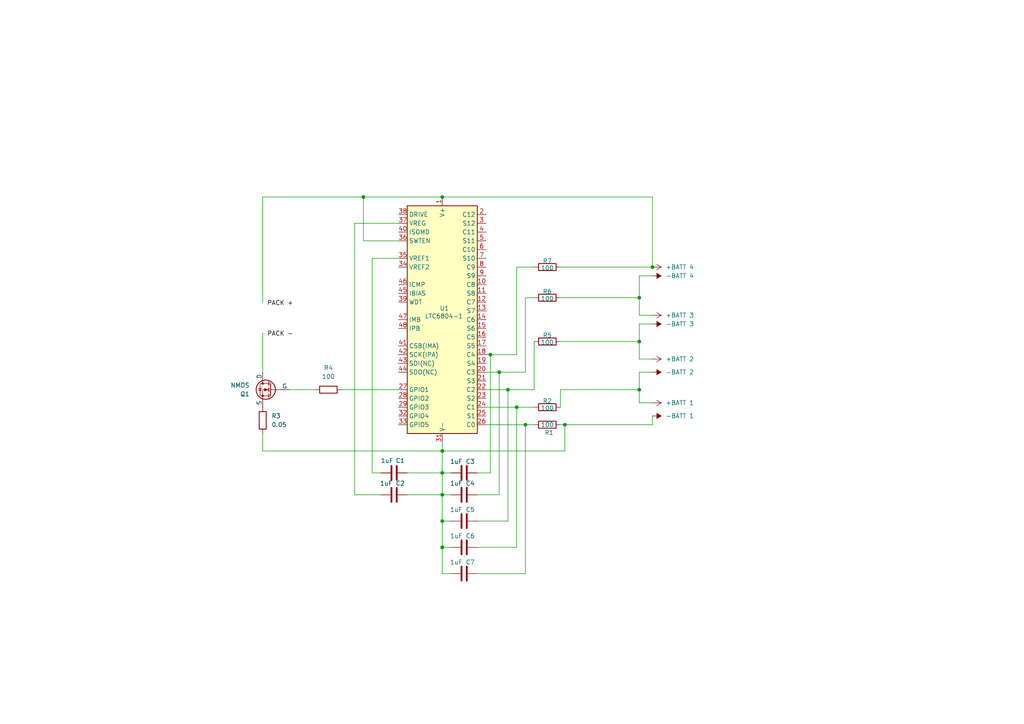
<source format=kicad_sch>
(kicad_sch
	(version 20250114)
	(generator "eeschema")
	(generator_version "9.0")
	(uuid "7800ff49-fe0f-42fb-8b1a-c4523b2dd217")
	(paper "A4")
	(lib_symbols
		(symbol "Battery_Management:LTC6804-1"
			(exclude_from_sim no)
			(in_bom yes)
			(on_board yes)
			(property "Reference" "U"
				(at -10.16 34.29 0)
				(effects
					(font
						(size 1.27 1.27)
					)
					(justify left)
				)
			)
			(property "Value" "LTC6804-1"
				(at -16.51 -34.29 0)
				(effects
					(font
						(size 1.27 1.27)
					)
					(justify left)
				)
			)
			(property "Footprint" "Package_SO:SSOP-48_5.3x12.8mm_P0.5mm"
				(at -1.27 2.54 0)
				(effects
					(font
						(size 1.27 1.27)
					)
					(hide yes)
				)
			)
			(property "Datasheet" "https://www.analog.com/media/en/technical-documentation/data-sheets/680412fc.pdf"
				(at 13.97 34.29 0)
				(effects
					(font
						(size 1.27 1.27)
					)
					(hide yes)
				)
			)
			(property "Description" "Multicell Battery Stack Monitor, 12-cell max, multi-chemistry, integrated balancing, stackable, serial interface, SSOP-48"
				(at 0 0 0)
				(effects
					(font
						(size 1.27 1.27)
					)
					(hide yes)
				)
			)
			(property "ki_keywords" "battery balance afe"
				(at 0 0 0)
				(effects
					(font
						(size 1.27 1.27)
					)
					(hide yes)
				)
			)
			(property "ki_fp_filters" "SSOP*5.3x12.8mm*P0.5mm*"
				(at 0 0 0)
				(effects
					(font
						(size 1.27 1.27)
					)
					(hide yes)
				)
			)
			(symbol "LTC6804-1_0_1"
				(rectangle
					(start 10.16 -33.02)
					(end -10.16 33.02)
					(stroke
						(width 0.254)
						(type default)
					)
					(fill
						(type background)
					)
				)
			)
			(symbol "LTC6804-1_1_1"
				(pin output line
					(at -12.7 30.48 0)
					(length 2.54)
					(name "DRIVE"
						(effects
							(font
								(size 1.27 1.27)
							)
						)
					)
					(number "38"
						(effects
							(font
								(size 1.27 1.27)
							)
						)
					)
				)
				(pin input line
					(at -12.7 27.94 0)
					(length 2.54)
					(name "VREG"
						(effects
							(font
								(size 1.27 1.27)
							)
						)
					)
					(number "37"
						(effects
							(font
								(size 1.27 1.27)
							)
						)
					)
				)
				(pin input line
					(at -12.7 25.4 0)
					(length 2.54)
					(name "ISOMD"
						(effects
							(font
								(size 1.27 1.27)
							)
						)
					)
					(number "40"
						(effects
							(font
								(size 1.27 1.27)
							)
						)
					)
				)
				(pin input line
					(at -12.7 22.86 0)
					(length 2.54)
					(name "SWTEN"
						(effects
							(font
								(size 1.27 1.27)
							)
						)
					)
					(number "36"
						(effects
							(font
								(size 1.27 1.27)
							)
						)
					)
				)
				(pin output line
					(at -12.7 17.78 0)
					(length 2.54)
					(name "VREF1"
						(effects
							(font
								(size 1.27 1.27)
							)
						)
					)
					(number "35"
						(effects
							(font
								(size 1.27 1.27)
							)
						)
					)
				)
				(pin output line
					(at -12.7 15.24 0)
					(length 2.54)
					(name "VREF2"
						(effects
							(font
								(size 1.27 1.27)
							)
						)
					)
					(number "34"
						(effects
							(font
								(size 1.27 1.27)
							)
						)
					)
				)
				(pin passive line
					(at -12.7 10.16 0)
					(length 2.54)
					(name "ICMP"
						(effects
							(font
								(size 1.27 1.27)
							)
						)
					)
					(number "46"
						(effects
							(font
								(size 1.27 1.27)
							)
						)
					)
				)
				(pin passive line
					(at -12.7 7.62 0)
					(length 2.54)
					(name "IBIAS"
						(effects
							(font
								(size 1.27 1.27)
							)
						)
					)
					(number "45"
						(effects
							(font
								(size 1.27 1.27)
							)
						)
					)
				)
				(pin output line
					(at -12.7 5.08 0)
					(length 2.54)
					(name "WDT"
						(effects
							(font
								(size 1.27 1.27)
							)
						)
					)
					(number "39"
						(effects
							(font
								(size 1.27 1.27)
							)
						)
					)
				)
				(pin bidirectional line
					(at -12.7 0 0)
					(length 2.54)
					(name "IMB"
						(effects
							(font
								(size 1.27 1.27)
							)
						)
					)
					(number "47"
						(effects
							(font
								(size 1.27 1.27)
							)
						)
					)
				)
				(pin bidirectional line
					(at -12.7 -2.54 0)
					(length 2.54)
					(name "IPB"
						(effects
							(font
								(size 1.27 1.27)
							)
						)
					)
					(number "48"
						(effects
							(font
								(size 1.27 1.27)
							)
						)
					)
				)
				(pin bidirectional line
					(at -12.7 -7.62 0)
					(length 2.54)
					(name "CSB(IMA)"
						(effects
							(font
								(size 1.27 1.27)
							)
						)
					)
					(number "41"
						(effects
							(font
								(size 1.27 1.27)
							)
						)
					)
				)
				(pin bidirectional line
					(at -12.7 -10.16 0)
					(length 2.54)
					(name "SCK(IPA)"
						(effects
							(font
								(size 1.27 1.27)
							)
						)
					)
					(number "42"
						(effects
							(font
								(size 1.27 1.27)
							)
						)
					)
				)
				(pin input line
					(at -12.7 -12.7 0)
					(length 2.54)
					(name "SDI(NC)"
						(effects
							(font
								(size 1.27 1.27)
							)
						)
					)
					(number "43"
						(effects
							(font
								(size 1.27 1.27)
							)
						)
					)
				)
				(pin open_collector line
					(at -12.7 -15.24 0)
					(length 2.54)
					(name "SDO(NC)"
						(effects
							(font
								(size 1.27 1.27)
							)
						)
					)
					(number "44"
						(effects
							(font
								(size 1.27 1.27)
							)
						)
					)
				)
				(pin bidirectional line
					(at -12.7 -20.32 0)
					(length 2.54)
					(name "GPIO1"
						(effects
							(font
								(size 1.27 1.27)
							)
						)
					)
					(number "27"
						(effects
							(font
								(size 1.27 1.27)
							)
						)
					)
				)
				(pin bidirectional line
					(at -12.7 -22.86 0)
					(length 2.54)
					(name "GPIO2"
						(effects
							(font
								(size 1.27 1.27)
							)
						)
					)
					(number "28"
						(effects
							(font
								(size 1.27 1.27)
							)
						)
					)
				)
				(pin bidirectional line
					(at -12.7 -25.4 0)
					(length 2.54)
					(name "GPIO3"
						(effects
							(font
								(size 1.27 1.27)
							)
						)
					)
					(number "29"
						(effects
							(font
								(size 1.27 1.27)
							)
						)
					)
				)
				(pin bidirectional line
					(at -12.7 -27.94 0)
					(length 2.54)
					(name "GPIO4"
						(effects
							(font
								(size 1.27 1.27)
							)
						)
					)
					(number "32"
						(effects
							(font
								(size 1.27 1.27)
							)
						)
					)
				)
				(pin bidirectional line
					(at -12.7 -30.48 0)
					(length 2.54)
					(name "GPIO5"
						(effects
							(font
								(size 1.27 1.27)
							)
						)
					)
					(number "33"
						(effects
							(font
								(size 1.27 1.27)
							)
						)
					)
				)
				(pin power_in line
					(at 0 35.56 270)
					(length 2.54)
					(name "V+"
						(effects
							(font
								(size 1.27 1.27)
							)
						)
					)
					(number "1"
						(effects
							(font
								(size 1.27 1.27)
							)
						)
					)
				)
				(pin passive line
					(at 0 -35.56 90)
					(length 2.54)
					(hide yes)
					(name "V-"
						(effects
							(font
								(size 1.27 1.27)
							)
						)
					)
					(number "30"
						(effects
							(font
								(size 1.27 1.27)
							)
						)
					)
				)
				(pin passive line
					(at 0 -35.56 90)
					(length 2.54)
					(name "V-"
						(effects
							(font
								(size 1.27 1.27)
							)
						)
					)
					(number "31"
						(effects
							(font
								(size 1.27 1.27)
							)
						)
					)
				)
				(pin input line
					(at 12.7 30.48 180)
					(length 2.54)
					(name "C12"
						(effects
							(font
								(size 1.27 1.27)
							)
						)
					)
					(number "2"
						(effects
							(font
								(size 1.27 1.27)
							)
						)
					)
				)
				(pin bidirectional line
					(at 12.7 27.94 180)
					(length 2.54)
					(name "S12"
						(effects
							(font
								(size 1.27 1.27)
							)
						)
					)
					(number "3"
						(effects
							(font
								(size 1.27 1.27)
							)
						)
					)
				)
				(pin input line
					(at 12.7 25.4 180)
					(length 2.54)
					(name "C11"
						(effects
							(font
								(size 1.27 1.27)
							)
						)
					)
					(number "4"
						(effects
							(font
								(size 1.27 1.27)
							)
						)
					)
				)
				(pin bidirectional line
					(at 12.7 22.86 180)
					(length 2.54)
					(name "S11"
						(effects
							(font
								(size 1.27 1.27)
							)
						)
					)
					(number "5"
						(effects
							(font
								(size 1.27 1.27)
							)
						)
					)
				)
				(pin input line
					(at 12.7 20.32 180)
					(length 2.54)
					(name "C10"
						(effects
							(font
								(size 1.27 1.27)
							)
						)
					)
					(number "6"
						(effects
							(font
								(size 1.27 1.27)
							)
						)
					)
				)
				(pin bidirectional line
					(at 12.7 17.78 180)
					(length 2.54)
					(name "S10"
						(effects
							(font
								(size 1.27 1.27)
							)
						)
					)
					(number "7"
						(effects
							(font
								(size 1.27 1.27)
							)
						)
					)
				)
				(pin input line
					(at 12.7 15.24 180)
					(length 2.54)
					(name "C9"
						(effects
							(font
								(size 1.27 1.27)
							)
						)
					)
					(number "8"
						(effects
							(font
								(size 1.27 1.27)
							)
						)
					)
				)
				(pin bidirectional line
					(at 12.7 12.7 180)
					(length 2.54)
					(name "S9"
						(effects
							(font
								(size 1.27 1.27)
							)
						)
					)
					(number "9"
						(effects
							(font
								(size 1.27 1.27)
							)
						)
					)
				)
				(pin input line
					(at 12.7 10.16 180)
					(length 2.54)
					(name "C8"
						(effects
							(font
								(size 1.27 1.27)
							)
						)
					)
					(number "10"
						(effects
							(font
								(size 1.27 1.27)
							)
						)
					)
				)
				(pin bidirectional line
					(at 12.7 7.62 180)
					(length 2.54)
					(name "S8"
						(effects
							(font
								(size 1.27 1.27)
							)
						)
					)
					(number "11"
						(effects
							(font
								(size 1.27 1.27)
							)
						)
					)
				)
				(pin input line
					(at 12.7 5.08 180)
					(length 2.54)
					(name "C7"
						(effects
							(font
								(size 1.27 1.27)
							)
						)
					)
					(number "12"
						(effects
							(font
								(size 1.27 1.27)
							)
						)
					)
				)
				(pin bidirectional line
					(at 12.7 2.54 180)
					(length 2.54)
					(name "S7"
						(effects
							(font
								(size 1.27 1.27)
							)
						)
					)
					(number "13"
						(effects
							(font
								(size 1.27 1.27)
							)
						)
					)
				)
				(pin input line
					(at 12.7 0 180)
					(length 2.54)
					(name "C6"
						(effects
							(font
								(size 1.27 1.27)
							)
						)
					)
					(number "14"
						(effects
							(font
								(size 1.27 1.27)
							)
						)
					)
				)
				(pin bidirectional line
					(at 12.7 -2.54 180)
					(length 2.54)
					(name "S6"
						(effects
							(font
								(size 1.27 1.27)
							)
						)
					)
					(number "15"
						(effects
							(font
								(size 1.27 1.27)
							)
						)
					)
				)
				(pin input line
					(at 12.7 -5.08 180)
					(length 2.54)
					(name "C5"
						(effects
							(font
								(size 1.27 1.27)
							)
						)
					)
					(number "16"
						(effects
							(font
								(size 1.27 1.27)
							)
						)
					)
				)
				(pin bidirectional line
					(at 12.7 -7.62 180)
					(length 2.54)
					(name "S5"
						(effects
							(font
								(size 1.27 1.27)
							)
						)
					)
					(number "17"
						(effects
							(font
								(size 1.27 1.27)
							)
						)
					)
				)
				(pin input line
					(at 12.7 -10.16 180)
					(length 2.54)
					(name "C4"
						(effects
							(font
								(size 1.27 1.27)
							)
						)
					)
					(number "18"
						(effects
							(font
								(size 1.27 1.27)
							)
						)
					)
				)
				(pin bidirectional line
					(at 12.7 -12.7 180)
					(length 2.54)
					(name "S4"
						(effects
							(font
								(size 1.27 1.27)
							)
						)
					)
					(number "19"
						(effects
							(font
								(size 1.27 1.27)
							)
						)
					)
				)
				(pin input line
					(at 12.7 -15.24 180)
					(length 2.54)
					(name "C3"
						(effects
							(font
								(size 1.27 1.27)
							)
						)
					)
					(number "20"
						(effects
							(font
								(size 1.27 1.27)
							)
						)
					)
				)
				(pin bidirectional line
					(at 12.7 -17.78 180)
					(length 2.54)
					(name "S3"
						(effects
							(font
								(size 1.27 1.27)
							)
						)
					)
					(number "21"
						(effects
							(font
								(size 1.27 1.27)
							)
						)
					)
				)
				(pin input line
					(at 12.7 -20.32 180)
					(length 2.54)
					(name "C2"
						(effects
							(font
								(size 1.27 1.27)
							)
						)
					)
					(number "22"
						(effects
							(font
								(size 1.27 1.27)
							)
						)
					)
				)
				(pin bidirectional line
					(at 12.7 -22.86 180)
					(length 2.54)
					(name "S2"
						(effects
							(font
								(size 1.27 1.27)
							)
						)
					)
					(number "23"
						(effects
							(font
								(size 1.27 1.27)
							)
						)
					)
				)
				(pin input line
					(at 12.7 -25.4 180)
					(length 2.54)
					(name "C1"
						(effects
							(font
								(size 1.27 1.27)
							)
						)
					)
					(number "24"
						(effects
							(font
								(size 1.27 1.27)
							)
						)
					)
				)
				(pin bidirectional line
					(at 12.7 -27.94 180)
					(length 2.54)
					(name "S1"
						(effects
							(font
								(size 1.27 1.27)
							)
						)
					)
					(number "25"
						(effects
							(font
								(size 1.27 1.27)
							)
						)
					)
				)
				(pin input line
					(at 12.7 -30.48 180)
					(length 2.54)
					(name "C0"
						(effects
							(font
								(size 1.27 1.27)
							)
						)
					)
					(number "26"
						(effects
							(font
								(size 1.27 1.27)
							)
						)
					)
				)
			)
			(embedded_fonts no)
		)
		(symbol "Device:C"
			(pin_numbers
				(hide yes)
			)
			(pin_names
				(offset 0.254)
			)
			(exclude_from_sim no)
			(in_bom yes)
			(on_board yes)
			(property "Reference" "C"
				(at 0.635 2.54 0)
				(effects
					(font
						(size 1.27 1.27)
					)
					(justify left)
				)
			)
			(property "Value" "C"
				(at 0.635 -2.54 0)
				(effects
					(font
						(size 1.27 1.27)
					)
					(justify left)
				)
			)
			(property "Footprint" ""
				(at 0.9652 -3.81 0)
				(effects
					(font
						(size 1.27 1.27)
					)
					(hide yes)
				)
			)
			(property "Datasheet" "~"
				(at 0 0 0)
				(effects
					(font
						(size 1.27 1.27)
					)
					(hide yes)
				)
			)
			(property "Description" "Unpolarized capacitor"
				(at 0 0 0)
				(effects
					(font
						(size 1.27 1.27)
					)
					(hide yes)
				)
			)
			(property "ki_keywords" "cap capacitor"
				(at 0 0 0)
				(effects
					(font
						(size 1.27 1.27)
					)
					(hide yes)
				)
			)
			(property "ki_fp_filters" "C_*"
				(at 0 0 0)
				(effects
					(font
						(size 1.27 1.27)
					)
					(hide yes)
				)
			)
			(symbol "C_0_1"
				(polyline
					(pts
						(xy -2.032 0.762) (xy 2.032 0.762)
					)
					(stroke
						(width 0.508)
						(type default)
					)
					(fill
						(type none)
					)
				)
				(polyline
					(pts
						(xy -2.032 -0.762) (xy 2.032 -0.762)
					)
					(stroke
						(width 0.508)
						(type default)
					)
					(fill
						(type none)
					)
				)
			)
			(symbol "C_1_1"
				(pin passive line
					(at 0 3.81 270)
					(length 2.794)
					(name "~"
						(effects
							(font
								(size 1.27 1.27)
							)
						)
					)
					(number "1"
						(effects
							(font
								(size 1.27 1.27)
							)
						)
					)
				)
				(pin passive line
					(at 0 -3.81 90)
					(length 2.794)
					(name "~"
						(effects
							(font
								(size 1.27 1.27)
							)
						)
					)
					(number "2"
						(effects
							(font
								(size 1.27 1.27)
							)
						)
					)
				)
			)
			(embedded_fonts no)
		)
		(symbol "Device:R"
			(pin_numbers
				(hide yes)
			)
			(pin_names
				(offset 0)
			)
			(exclude_from_sim no)
			(in_bom yes)
			(on_board yes)
			(property "Reference" "R"
				(at 2.032 0 90)
				(effects
					(font
						(size 1.27 1.27)
					)
				)
			)
			(property "Value" "R"
				(at 0 0 90)
				(effects
					(font
						(size 1.27 1.27)
					)
				)
			)
			(property "Footprint" ""
				(at -1.778 0 90)
				(effects
					(font
						(size 1.27 1.27)
					)
					(hide yes)
				)
			)
			(property "Datasheet" "~"
				(at 0 0 0)
				(effects
					(font
						(size 1.27 1.27)
					)
					(hide yes)
				)
			)
			(property "Description" "Resistor"
				(at 0 0 0)
				(effects
					(font
						(size 1.27 1.27)
					)
					(hide yes)
				)
			)
			(property "ki_keywords" "R res resistor"
				(at 0 0 0)
				(effects
					(font
						(size 1.27 1.27)
					)
					(hide yes)
				)
			)
			(property "ki_fp_filters" "R_*"
				(at 0 0 0)
				(effects
					(font
						(size 1.27 1.27)
					)
					(hide yes)
				)
			)
			(symbol "R_0_1"
				(rectangle
					(start -1.016 -2.54)
					(end 1.016 2.54)
					(stroke
						(width 0.254)
						(type default)
					)
					(fill
						(type none)
					)
				)
			)
			(symbol "R_1_1"
				(pin passive line
					(at 0 3.81 270)
					(length 1.27)
					(name "~"
						(effects
							(font
								(size 1.27 1.27)
							)
						)
					)
					(number "1"
						(effects
							(font
								(size 1.27 1.27)
							)
						)
					)
				)
				(pin passive line
					(at 0 -3.81 90)
					(length 1.27)
					(name "~"
						(effects
							(font
								(size 1.27 1.27)
							)
						)
					)
					(number "2"
						(effects
							(font
								(size 1.27 1.27)
							)
						)
					)
				)
			)
			(embedded_fonts no)
		)
		(symbol "Simulation_SPICE:NMOS"
			(pin_numbers
				(hide yes)
			)
			(pin_names
				(offset 0)
			)
			(exclude_from_sim no)
			(in_bom yes)
			(on_board yes)
			(property "Reference" "Q"
				(at 5.08 1.27 0)
				(effects
					(font
						(size 1.27 1.27)
					)
					(justify left)
				)
			)
			(property "Value" "NMOS"
				(at 5.08 -1.27 0)
				(effects
					(font
						(size 1.27 1.27)
					)
					(justify left)
				)
			)
			(property "Footprint" ""
				(at 5.08 2.54 0)
				(effects
					(font
						(size 1.27 1.27)
					)
					(hide yes)
				)
			)
			(property "Datasheet" "https://ngspice.sourceforge.io/docs/ngspice-html-manual/manual.xhtml#cha_MOSFETs"
				(at 0 -12.7 0)
				(effects
					(font
						(size 1.27 1.27)
					)
					(hide yes)
				)
			)
			(property "Description" "N-MOSFET transistor, drain/source/gate"
				(at 0 0 0)
				(effects
					(font
						(size 1.27 1.27)
					)
					(hide yes)
				)
			)
			(property "Sim.Device" "NMOS"
				(at 0 -17.145 0)
				(effects
					(font
						(size 1.27 1.27)
					)
					(hide yes)
				)
			)
			(property "Sim.Type" "VDMOS"
				(at 0 -19.05 0)
				(effects
					(font
						(size 1.27 1.27)
					)
					(hide yes)
				)
			)
			(property "Sim.Pins" "1=D 2=G 3=S"
				(at 0 -15.24 0)
				(effects
					(font
						(size 1.27 1.27)
					)
					(hide yes)
				)
			)
			(property "ki_keywords" "transistor NMOS N-MOS N-MOSFET simulation"
				(at 0 0 0)
				(effects
					(font
						(size 1.27 1.27)
					)
					(hide yes)
				)
			)
			(symbol "NMOS_0_1"
				(polyline
					(pts
						(xy 0.254 1.905) (xy 0.254 -1.905)
					)
					(stroke
						(width 0.254)
						(type default)
					)
					(fill
						(type none)
					)
				)
				(polyline
					(pts
						(xy 0.254 0) (xy -2.54 0)
					)
					(stroke
						(width 0)
						(type default)
					)
					(fill
						(type none)
					)
				)
				(polyline
					(pts
						(xy 0.762 2.286) (xy 0.762 1.27)
					)
					(stroke
						(width 0.254)
						(type default)
					)
					(fill
						(type none)
					)
				)
				(polyline
					(pts
						(xy 0.762 0.508) (xy 0.762 -0.508)
					)
					(stroke
						(width 0.254)
						(type default)
					)
					(fill
						(type none)
					)
				)
				(polyline
					(pts
						(xy 0.762 -1.27) (xy 0.762 -2.286)
					)
					(stroke
						(width 0.254)
						(type default)
					)
					(fill
						(type none)
					)
				)
				(polyline
					(pts
						(xy 0.762 -1.778) (xy 3.302 -1.778) (xy 3.302 1.778) (xy 0.762 1.778)
					)
					(stroke
						(width 0)
						(type default)
					)
					(fill
						(type none)
					)
				)
				(polyline
					(pts
						(xy 1.016 0) (xy 2.032 0.381) (xy 2.032 -0.381) (xy 1.016 0)
					)
					(stroke
						(width 0)
						(type default)
					)
					(fill
						(type outline)
					)
				)
				(circle
					(center 1.651 0)
					(radius 2.794)
					(stroke
						(width 0.254)
						(type default)
					)
					(fill
						(type none)
					)
				)
				(polyline
					(pts
						(xy 2.54 2.54) (xy 2.54 1.778)
					)
					(stroke
						(width 0)
						(type default)
					)
					(fill
						(type none)
					)
				)
				(circle
					(center 2.54 1.778)
					(radius 0.254)
					(stroke
						(width 0)
						(type default)
					)
					(fill
						(type outline)
					)
				)
				(circle
					(center 2.54 -1.778)
					(radius 0.254)
					(stroke
						(width 0)
						(type default)
					)
					(fill
						(type outline)
					)
				)
				(polyline
					(pts
						(xy 2.54 -2.54) (xy 2.54 0) (xy 0.762 0)
					)
					(stroke
						(width 0)
						(type default)
					)
					(fill
						(type none)
					)
				)
				(polyline
					(pts
						(xy 2.794 0.508) (xy 2.921 0.381) (xy 3.683 0.381) (xy 3.81 0.254)
					)
					(stroke
						(width 0)
						(type default)
					)
					(fill
						(type none)
					)
				)
				(polyline
					(pts
						(xy 3.302 0.381) (xy 2.921 -0.254) (xy 3.683 -0.254) (xy 3.302 0.381)
					)
					(stroke
						(width 0)
						(type default)
					)
					(fill
						(type none)
					)
				)
			)
			(symbol "NMOS_1_1"
				(pin input line
					(at -5.08 0 0)
					(length 2.54)
					(name "G"
						(effects
							(font
								(size 1.27 1.27)
							)
						)
					)
					(number "2"
						(effects
							(font
								(size 1.27 1.27)
							)
						)
					)
				)
				(pin passive line
					(at 2.54 5.08 270)
					(length 2.54)
					(name "D"
						(effects
							(font
								(size 1.27 1.27)
							)
						)
					)
					(number "1"
						(effects
							(font
								(size 1.27 1.27)
							)
						)
					)
				)
				(pin passive line
					(at 2.54 -5.08 90)
					(length 2.54)
					(name "S"
						(effects
							(font
								(size 1.27 1.27)
							)
						)
					)
					(number "3"
						(effects
							(font
								(size 1.27 1.27)
							)
						)
					)
				)
			)
			(embedded_fonts no)
		)
		(symbol "power:+BATT"
			(power)
			(pin_numbers
				(hide yes)
			)
			(pin_names
				(offset 0)
				(hide yes)
			)
			(exclude_from_sim no)
			(in_bom yes)
			(on_board yes)
			(property "Reference" "#PWR"
				(at 0 -3.81 0)
				(effects
					(font
						(size 1.27 1.27)
					)
					(hide yes)
				)
			)
			(property "Value" "+BATT"
				(at 0 3.556 0)
				(effects
					(font
						(size 1.27 1.27)
					)
				)
			)
			(property "Footprint" ""
				(at 0 0 0)
				(effects
					(font
						(size 1.27 1.27)
					)
					(hide yes)
				)
			)
			(property "Datasheet" ""
				(at 0 0 0)
				(effects
					(font
						(size 1.27 1.27)
					)
					(hide yes)
				)
			)
			(property "Description" "Power symbol creates a global label with name \"+BATT\""
				(at 0 0 0)
				(effects
					(font
						(size 1.27 1.27)
					)
					(hide yes)
				)
			)
			(property "ki_keywords" "global power battery"
				(at 0 0 0)
				(effects
					(font
						(size 1.27 1.27)
					)
					(hide yes)
				)
			)
			(symbol "+BATT_0_1"
				(polyline
					(pts
						(xy -0.762 1.27) (xy 0 2.54)
					)
					(stroke
						(width 0)
						(type default)
					)
					(fill
						(type none)
					)
				)
				(polyline
					(pts
						(xy 0 2.54) (xy 0.762 1.27)
					)
					(stroke
						(width 0)
						(type default)
					)
					(fill
						(type none)
					)
				)
				(polyline
					(pts
						(xy 0 0) (xy 0 2.54)
					)
					(stroke
						(width 0)
						(type default)
					)
					(fill
						(type none)
					)
				)
			)
			(symbol "+BATT_1_1"
				(pin power_in line
					(at 0 0 90)
					(length 0)
					(name "~"
						(effects
							(font
								(size 1.27 1.27)
							)
						)
					)
					(number "1"
						(effects
							(font
								(size 1.27 1.27)
							)
						)
					)
				)
			)
			(embedded_fonts no)
		)
		(symbol "power:-BATT"
			(power)
			(pin_numbers
				(hide yes)
			)
			(pin_names
				(offset 0)
				(hide yes)
			)
			(exclude_from_sim no)
			(in_bom yes)
			(on_board yes)
			(property "Reference" "#PWR"
				(at 0 -3.81 0)
				(effects
					(font
						(size 1.27 1.27)
					)
					(hide yes)
				)
			)
			(property "Value" "-BATT"
				(at 0 3.556 0)
				(effects
					(font
						(size 1.27 1.27)
					)
				)
			)
			(property "Footprint" ""
				(at 0 0 0)
				(effects
					(font
						(size 1.27 1.27)
					)
					(hide yes)
				)
			)
			(property "Datasheet" ""
				(at 0 0 0)
				(effects
					(font
						(size 1.27 1.27)
					)
					(hide yes)
				)
			)
			(property "Description" "Power symbol creates a global label with name \"-BATT\""
				(at 0 0 0)
				(effects
					(font
						(size 1.27 1.27)
					)
					(hide yes)
				)
			)
			(property "ki_keywords" "global power battery"
				(at 0 0 0)
				(effects
					(font
						(size 1.27 1.27)
					)
					(hide yes)
				)
			)
			(symbol "-BATT_0_1"
				(polyline
					(pts
						(xy 0 0) (xy 0 2.54)
					)
					(stroke
						(width 0)
						(type default)
					)
					(fill
						(type none)
					)
				)
				(polyline
					(pts
						(xy 0.762 1.27) (xy -0.762 1.27) (xy 0 2.54) (xy 0.762 1.27)
					)
					(stroke
						(width 0)
						(type default)
					)
					(fill
						(type outline)
					)
				)
			)
			(symbol "-BATT_1_1"
				(pin power_in line
					(at 0 0 90)
					(length 0)
					(name "~"
						(effects
							(font
								(size 1.27 1.27)
							)
						)
					)
					(number "1"
						(effects
							(font
								(size 1.27 1.27)
							)
						)
					)
				)
			)
			(embedded_fonts no)
		)
	)
	(junction
		(at 128.27 137.16)
		(diameter 0)
		(color 0 0 0 0)
		(uuid "370e5509-2d00-4f1f-ad3a-e86e76e6d589")
	)
	(junction
		(at 142.24 102.87)
		(diameter 0)
		(color 0 0 0 0)
		(uuid "3a8f69c9-c59d-4b09-9ff6-37719d4f1f94")
	)
	(junction
		(at 185.42 113.03)
		(diameter 0)
		(color 0 0 0 0)
		(uuid "3bd485c0-b5c9-4fb7-9765-e2e8e6625ccf")
	)
	(junction
		(at 144.78 107.95)
		(diameter 0)
		(color 0 0 0 0)
		(uuid "512149b0-2390-4831-bbc2-6ca7bc87c215")
	)
	(junction
		(at 128.27 151.13)
		(diameter 0)
		(color 0 0 0 0)
		(uuid "5ea4f4e5-4ca6-4852-b747-c85809d705cc")
	)
	(junction
		(at 128.27 57.15)
		(diameter 0)
		(color 0 0 0 0)
		(uuid "6054d1da-4da2-4ccc-acfc-2e6a2a661596")
	)
	(junction
		(at 185.42 99.06)
		(diameter 0)
		(color 0 0 0 0)
		(uuid "7395f72a-3f0c-43cc-b4a1-4e45df4f17f2")
	)
	(junction
		(at 147.32 113.03)
		(diameter 0)
		(color 0 0 0 0)
		(uuid "7ab93161-ce9b-497a-be80-8edfeadc4adf")
	)
	(junction
		(at 128.27 158.75)
		(diameter 0)
		(color 0 0 0 0)
		(uuid "855c1ba6-9a08-4088-ac6c-2853094a59ae")
	)
	(junction
		(at 128.27 130.81)
		(diameter 0)
		(color 0 0 0 0)
		(uuid "94cae440-494d-4e5b-a3ba-309b3e3bac57")
	)
	(junction
		(at 105.41 57.15)
		(diameter 0)
		(color 0 0 0 0)
		(uuid "97f8878e-ef5a-4f1d-87fb-122fc9cf873c")
	)
	(junction
		(at 185.42 86.36)
		(diameter 0)
		(color 0 0 0 0)
		(uuid "adf4c0d4-cb3f-4e92-a289-894c47ef93bd")
	)
	(junction
		(at 163.83 123.19)
		(diameter 0)
		(color 0 0 0 0)
		(uuid "bb516a8b-3465-4ffa-8ac6-486e37fdd252")
	)
	(junction
		(at 152.4 123.19)
		(diameter 0)
		(color 0 0 0 0)
		(uuid "c77b1218-5904-4a89-a3c8-8d5d514b4147")
	)
	(junction
		(at 128.27 143.51)
		(diameter 0)
		(color 0 0 0 0)
		(uuid "d6cd0bd0-0a51-4842-a9d8-8eb4a1477fdf")
	)
	(junction
		(at 189.23 77.47)
		(diameter 0)
		(color 0 0 0 0)
		(uuid "da2dca82-89ea-413d-86ff-107bd738b69e")
	)
	(junction
		(at 149.86 118.11)
		(diameter 0)
		(color 0 0 0 0)
		(uuid "ea21ba0d-6586-4e9c-b009-5cd89c988b0b")
	)
	(wire
		(pts
			(xy 163.83 130.81) (xy 128.27 130.81)
		)
		(stroke
			(width 0)
			(type default)
		)
		(uuid "048a1b05-e954-47e7-b765-7e50bc27df51")
	)
	(wire
		(pts
			(xy 154.94 77.47) (xy 149.86 77.47)
		)
		(stroke
			(width 0)
			(type default)
		)
		(uuid "06a82f75-14c3-4b6f-9a16-df591c913bfe")
	)
	(wire
		(pts
			(xy 185.42 116.84) (xy 189.23 116.84)
		)
		(stroke
			(width 0)
			(type default)
		)
		(uuid "0a12ae75-ccef-4a0f-ae2c-2a1abb1282e1")
	)
	(wire
		(pts
			(xy 162.56 86.36) (xy 185.42 86.36)
		)
		(stroke
			(width 0)
			(type default)
		)
		(uuid "0e8f5966-2ea7-497b-a443-6c3c7ee512dd")
	)
	(wire
		(pts
			(xy 128.27 166.37) (xy 128.27 158.75)
		)
		(stroke
			(width 0)
			(type default)
		)
		(uuid "0f3c7f61-09ac-4b5c-8df0-f6b1d586f06a")
	)
	(wire
		(pts
			(xy 138.43 166.37) (xy 152.4 166.37)
		)
		(stroke
			(width 0)
			(type default)
		)
		(uuid "13381b62-6f33-4e1d-b663-735a27992169")
	)
	(wire
		(pts
			(xy 149.86 102.87) (xy 142.24 102.87)
		)
		(stroke
			(width 0)
			(type default)
		)
		(uuid "155672c8-d5e3-47d8-9a95-5d78e3a26098")
	)
	(wire
		(pts
			(xy 163.83 123.19) (xy 163.83 130.81)
		)
		(stroke
			(width 0)
			(type default)
		)
		(uuid "1a721442-486e-4fc2-9113-4d592ea0c82c")
	)
	(wire
		(pts
			(xy 76.2 87.63) (xy 76.2 57.15)
		)
		(stroke
			(width 0)
			(type default)
		)
		(uuid "1d1a07ec-a8e9-44c5-b4eb-e5827c3a7ed6")
	)
	(wire
		(pts
			(xy 162.56 123.19) (xy 163.83 123.19)
		)
		(stroke
			(width 0)
			(type default)
		)
		(uuid "1ec14268-87a0-47d1-a6d9-44b4fa1073d6")
	)
	(wire
		(pts
			(xy 140.97 107.95) (xy 144.78 107.95)
		)
		(stroke
			(width 0)
			(type default)
		)
		(uuid "201adfdc-3466-4449-af54-cc2faf9e9bc7")
	)
	(wire
		(pts
			(xy 147.32 151.13) (xy 147.32 113.03)
		)
		(stroke
			(width 0)
			(type default)
		)
		(uuid "21264720-952d-420c-b31c-a0e4e59ed022")
	)
	(wire
		(pts
			(xy 152.4 107.95) (xy 152.4 86.36)
		)
		(stroke
			(width 0)
			(type default)
		)
		(uuid "23bb72a6-36a2-4521-b600-8339a5988571")
	)
	(wire
		(pts
			(xy 144.78 107.95) (xy 144.78 143.51)
		)
		(stroke
			(width 0)
			(type default)
		)
		(uuid "24acf20b-8b07-495f-892e-b26972b60386")
	)
	(wire
		(pts
			(xy 185.42 80.01) (xy 185.42 86.36)
		)
		(stroke
			(width 0)
			(type default)
		)
		(uuid "272cc101-6393-44b5-942c-34721456c0df")
	)
	(wire
		(pts
			(xy 76.2 130.81) (xy 128.27 130.81)
		)
		(stroke
			(width 0)
			(type default)
		)
		(uuid "2988cd77-1c6a-44ea-af39-78790930281c")
	)
	(wire
		(pts
			(xy 138.43 158.75) (xy 149.86 158.75)
		)
		(stroke
			(width 0)
			(type default)
		)
		(uuid "2af3a4bf-4313-4557-87be-626687b3fe2e")
	)
	(wire
		(pts
			(xy 128.27 151.13) (xy 130.81 151.13)
		)
		(stroke
			(width 0)
			(type default)
		)
		(uuid "2d7fa3ea-71b8-4176-9bb8-23a3ef19d9cc")
	)
	(wire
		(pts
			(xy 140.97 123.19) (xy 152.4 123.19)
		)
		(stroke
			(width 0)
			(type default)
		)
		(uuid "2db4f3c4-e672-4a05-863a-bdaf510b3420")
	)
	(wire
		(pts
			(xy 189.23 77.47) (xy 189.23 57.15)
		)
		(stroke
			(width 0)
			(type default)
		)
		(uuid "2fa06799-e744-405c-a923-4fc88f64c352")
	)
	(wire
		(pts
			(xy 128.27 151.13) (xy 128.27 143.51)
		)
		(stroke
			(width 0)
			(type default)
		)
		(uuid "31f2f7d3-146e-4c1f-853a-5c98eae6ccdc")
	)
	(wire
		(pts
			(xy 185.42 86.36) (xy 185.42 91.44)
		)
		(stroke
			(width 0)
			(type default)
		)
		(uuid "32d9e8e2-79cd-4499-973f-9a290ba55975")
	)
	(wire
		(pts
			(xy 162.56 77.47) (xy 189.23 77.47)
		)
		(stroke
			(width 0)
			(type default)
		)
		(uuid "3c28305c-51d9-4255-88fe-355006f7f704")
	)
	(wire
		(pts
			(xy 107.95 74.93) (xy 107.95 137.16)
		)
		(stroke
			(width 0)
			(type default)
		)
		(uuid "3cf3c56a-5e5c-4c04-a156-0a53bc75f7a8")
	)
	(wire
		(pts
			(xy 83.82 113.03) (xy 91.44 113.03)
		)
		(stroke
			(width 0)
			(type default)
		)
		(uuid "41d225c3-23cf-40b1-be6e-b4b40b82cd43")
	)
	(wire
		(pts
			(xy 107.95 137.16) (xy 110.49 137.16)
		)
		(stroke
			(width 0)
			(type default)
		)
		(uuid "433cd1bc-2e36-466a-91d8-b9be8a7ad316")
	)
	(wire
		(pts
			(xy 189.23 107.95) (xy 185.42 107.95)
		)
		(stroke
			(width 0)
			(type default)
		)
		(uuid "47718f03-882f-4990-b237-21663eea1f07")
	)
	(wire
		(pts
			(xy 138.43 143.51) (xy 144.78 143.51)
		)
		(stroke
			(width 0)
			(type default)
		)
		(uuid "4ccdb884-4ba4-4dc7-9f0a-2b629dd2507c")
	)
	(wire
		(pts
			(xy 142.24 102.87) (xy 142.24 137.16)
		)
		(stroke
			(width 0)
			(type default)
		)
		(uuid "51eff2d5-a733-494b-bd39-c441a28395d3")
	)
	(wire
		(pts
			(xy 162.56 113.03) (xy 185.42 113.03)
		)
		(stroke
			(width 0)
			(type default)
		)
		(uuid "54d5acae-bbf2-49d9-8751-a31450809639")
	)
	(wire
		(pts
			(xy 118.11 137.16) (xy 128.27 137.16)
		)
		(stroke
			(width 0)
			(type default)
		)
		(uuid "572d0423-6373-4b6b-986f-fcc3b2b91cb8")
	)
	(wire
		(pts
			(xy 152.4 123.19) (xy 154.94 123.19)
		)
		(stroke
			(width 0)
			(type default)
		)
		(uuid "5778abb3-8908-4e80-929d-8ef46bfcdde8")
	)
	(wire
		(pts
			(xy 128.27 137.16) (xy 128.27 130.81)
		)
		(stroke
			(width 0)
			(type default)
		)
		(uuid "5e56412e-e081-44fe-bafc-225eef9d86b4")
	)
	(wire
		(pts
			(xy 130.81 137.16) (xy 128.27 137.16)
		)
		(stroke
			(width 0)
			(type default)
		)
		(uuid "62091564-9a37-4852-ae50-7bf2f12e079f")
	)
	(wire
		(pts
			(xy 154.94 113.03) (xy 154.94 99.06)
		)
		(stroke
			(width 0)
			(type default)
		)
		(uuid "62aa8456-bf09-4070-92a1-5d26dd7898bc")
	)
	(wire
		(pts
			(xy 162.56 118.11) (xy 162.56 113.03)
		)
		(stroke
			(width 0)
			(type default)
		)
		(uuid "65b241d7-71e7-48dd-9a32-8994b4ce3051")
	)
	(wire
		(pts
			(xy 163.83 123.19) (xy 189.23 123.19)
		)
		(stroke
			(width 0)
			(type default)
		)
		(uuid "686a95a2-3593-49d6-99a7-c6d751857803")
	)
	(wire
		(pts
			(xy 140.97 118.11) (xy 149.86 118.11)
		)
		(stroke
			(width 0)
			(type default)
		)
		(uuid "6a3a70d9-5083-450b-94fa-1024efae316e")
	)
	(wire
		(pts
			(xy 128.27 158.75) (xy 130.81 158.75)
		)
		(stroke
			(width 0)
			(type default)
		)
		(uuid "6b791a6b-59d7-44c3-af77-a2bc7392e38f")
	)
	(wire
		(pts
			(xy 105.41 57.15) (xy 128.27 57.15)
		)
		(stroke
			(width 0)
			(type default)
		)
		(uuid "7ba3ea06-2bcf-4255-8e47-1209756a462e")
	)
	(wire
		(pts
			(xy 185.42 93.98) (xy 185.42 99.06)
		)
		(stroke
			(width 0)
			(type default)
		)
		(uuid "8081b518-c763-49dc-883f-005dd768e963")
	)
	(wire
		(pts
			(xy 185.42 113.03) (xy 185.42 116.84)
		)
		(stroke
			(width 0)
			(type default)
		)
		(uuid "8236ea57-50eb-4254-aa33-ed9ca544029e")
	)
	(wire
		(pts
			(xy 189.23 120.65) (xy 189.23 123.19)
		)
		(stroke
			(width 0)
			(type default)
		)
		(uuid "879dea7d-c25b-4ec9-9b0b-5ba6e001ef37")
	)
	(wire
		(pts
			(xy 152.4 166.37) (xy 152.4 123.19)
		)
		(stroke
			(width 0)
			(type default)
		)
		(uuid "8e48dd12-2a71-4ced-802a-45f3e1e173c7")
	)
	(wire
		(pts
			(xy 149.86 158.75) (xy 149.86 118.11)
		)
		(stroke
			(width 0)
			(type default)
		)
		(uuid "9609c520-24d5-4f7d-bf97-3d8f5ea6cb95")
	)
	(wire
		(pts
			(xy 140.97 113.03) (xy 147.32 113.03)
		)
		(stroke
			(width 0)
			(type default)
		)
		(uuid "96b932c1-9a55-46ca-85bc-a0be7ed1097e")
	)
	(wire
		(pts
			(xy 189.23 80.01) (xy 185.42 80.01)
		)
		(stroke
			(width 0)
			(type default)
		)
		(uuid "97f14e38-8b79-423e-a435-cc7e92aaab50")
	)
	(wire
		(pts
			(xy 76.2 96.52) (xy 76.2 107.95)
		)
		(stroke
			(width 0)
			(type default)
		)
		(uuid "9eaf36ef-b112-4666-a039-09c5c75fa330")
	)
	(wire
		(pts
			(xy 115.57 69.85) (xy 105.41 69.85)
		)
		(stroke
			(width 0)
			(type default)
		)
		(uuid "a08daf04-81d9-4f01-9e47-41a1a8c07fe4")
	)
	(wire
		(pts
			(xy 142.24 102.87) (xy 140.97 102.87)
		)
		(stroke
			(width 0)
			(type default)
		)
		(uuid "a174f40a-3042-4aa6-862b-17e5fb7e8ddd")
	)
	(wire
		(pts
			(xy 144.78 107.95) (xy 152.4 107.95)
		)
		(stroke
			(width 0)
			(type default)
		)
		(uuid "a187a38f-56c8-48e2-9413-4a7651428a54")
	)
	(wire
		(pts
			(xy 138.43 151.13) (xy 147.32 151.13)
		)
		(stroke
			(width 0)
			(type default)
		)
		(uuid "a3758508-5701-4139-b8a9-6bb8b94d4b0a")
	)
	(wire
		(pts
			(xy 149.86 118.11) (xy 154.94 118.11)
		)
		(stroke
			(width 0)
			(type default)
		)
		(uuid "a6df658f-dff2-4a89-9b0e-ffca8fe02aff")
	)
	(wire
		(pts
			(xy 102.87 64.77) (xy 102.87 143.51)
		)
		(stroke
			(width 0)
			(type default)
		)
		(uuid "aa16a7f7-a8e2-4d22-9d81-5eeb9312d5dd")
	)
	(wire
		(pts
			(xy 128.27 158.75) (xy 128.27 151.13)
		)
		(stroke
			(width 0)
			(type default)
		)
		(uuid "acbdf430-e447-49c0-bb4c-04bff25485b2")
	)
	(wire
		(pts
			(xy 118.11 143.51) (xy 128.27 143.51)
		)
		(stroke
			(width 0)
			(type default)
		)
		(uuid "acde0389-90d8-46ee-9a80-54417473c0bf")
	)
	(wire
		(pts
			(xy 76.2 125.73) (xy 76.2 130.81)
		)
		(stroke
			(width 0)
			(type default)
		)
		(uuid "af71e1ef-57e1-4f98-87bc-6da3df894d07")
	)
	(wire
		(pts
			(xy 130.81 166.37) (xy 128.27 166.37)
		)
		(stroke
			(width 0)
			(type default)
		)
		(uuid "b5fb6795-30b7-4467-9350-2a09585bc11f")
	)
	(wire
		(pts
			(xy 152.4 86.36) (xy 154.94 86.36)
		)
		(stroke
			(width 0)
			(type default)
		)
		(uuid "b796c639-dd7f-42be-bf35-ecef982ed74c")
	)
	(wire
		(pts
			(xy 128.27 143.51) (xy 128.27 137.16)
		)
		(stroke
			(width 0)
			(type default)
		)
		(uuid "bb992cc3-228f-4fef-9552-5c138b0c4540")
	)
	(wire
		(pts
			(xy 130.81 143.51) (xy 128.27 143.51)
		)
		(stroke
			(width 0)
			(type default)
		)
		(uuid "bd65e856-17e2-4dd7-8f7f-cfa5c8f77e13")
	)
	(wire
		(pts
			(xy 185.42 104.14) (xy 189.23 104.14)
		)
		(stroke
			(width 0)
			(type default)
		)
		(uuid "cb7e7bc7-4dcb-4cce-b820-ed92fc2e568f")
	)
	(wire
		(pts
			(xy 76.2 57.15) (xy 105.41 57.15)
		)
		(stroke
			(width 0)
			(type default)
		)
		(uuid "cc277330-8787-4436-8a41-073a17db5888")
	)
	(wire
		(pts
			(xy 102.87 143.51) (xy 110.49 143.51)
		)
		(stroke
			(width 0)
			(type default)
		)
		(uuid "d7dfd97a-f613-4e9b-bbd4-61abdd3cec6a")
	)
	(wire
		(pts
			(xy 189.23 93.98) (xy 185.42 93.98)
		)
		(stroke
			(width 0)
			(type default)
		)
		(uuid "de72e06a-87ed-4375-8a02-191aae2a5846")
	)
	(wire
		(pts
			(xy 138.43 137.16) (xy 142.24 137.16)
		)
		(stroke
			(width 0)
			(type default)
		)
		(uuid "dfa0315d-da5e-499b-a58d-22e79279aca2")
	)
	(wire
		(pts
			(xy 185.42 91.44) (xy 189.23 91.44)
		)
		(stroke
			(width 0)
			(type default)
		)
		(uuid "e07b8167-3c36-4cca-95ee-91a6a2ebbdd1")
	)
	(wire
		(pts
			(xy 105.41 69.85) (xy 105.41 57.15)
		)
		(stroke
			(width 0)
			(type default)
		)
		(uuid "e3e790ba-bce4-4cd2-b603-e2bf5088303f")
	)
	(wire
		(pts
			(xy 99.06 113.03) (xy 115.57 113.03)
		)
		(stroke
			(width 0)
			(type default)
		)
		(uuid "e4a0ee69-8571-412f-990e-36b106aee132")
	)
	(wire
		(pts
			(xy 149.86 77.47) (xy 149.86 102.87)
		)
		(stroke
			(width 0)
			(type default)
		)
		(uuid "ec8e77d3-1039-4b12-9dd6-17795b38de87")
	)
	(wire
		(pts
			(xy 147.32 113.03) (xy 154.94 113.03)
		)
		(stroke
			(width 0)
			(type default)
		)
		(uuid "ed946085-86b7-4f80-8326-9f94054a5ce1")
	)
	(wire
		(pts
			(xy 115.57 74.93) (xy 107.95 74.93)
		)
		(stroke
			(width 0)
			(type default)
		)
		(uuid "edc78237-fd29-43c8-9d6f-accc23f9b404")
	)
	(wire
		(pts
			(xy 185.42 99.06) (xy 185.42 104.14)
		)
		(stroke
			(width 0)
			(type default)
		)
		(uuid "f0627895-7c24-4a23-a1e7-743c706b41dd")
	)
	(wire
		(pts
			(xy 128.27 57.15) (xy 189.23 57.15)
		)
		(stroke
			(width 0)
			(type default)
		)
		(uuid "f330be8e-7c65-49b9-a16e-4c58be799f9f")
	)
	(wire
		(pts
			(xy 115.57 64.77) (xy 102.87 64.77)
		)
		(stroke
			(width 0)
			(type default)
		)
		(uuid "f4b6ef11-2993-4117-841d-a16fabf38ef0")
	)
	(wire
		(pts
			(xy 185.42 107.95) (xy 185.42 113.03)
		)
		(stroke
			(width 0)
			(type default)
		)
		(uuid "f5c0c968-e0db-4b2a-8ce1-c5b79e9d59ae")
	)
	(wire
		(pts
			(xy 128.27 130.81) (xy 128.27 128.27)
		)
		(stroke
			(width 0)
			(type default)
		)
		(uuid "f90b472d-f1e4-4ed9-98d4-02215f9c8dde")
	)
	(wire
		(pts
			(xy 162.56 99.06) (xy 185.42 99.06)
		)
		(stroke
			(width 0)
			(type default)
		)
		(uuid "fa9883b1-5a8d-44d9-a78e-2f61501ea618")
	)
	(label "PACK -"
		(at 77.47 97.79 0)
		(effects
			(font
				(size 1.27 1.27)
			)
			(justify left bottom)
		)
		(uuid "94e03234-1208-46dd-8507-9e46670029d8")
	)
	(label "PACK +"
		(at 77.47 88.9 0)
		(effects
			(font
				(size 1.27 1.27)
			)
			(justify left bottom)
		)
		(uuid "9be58e0f-d835-4573-9bf8-86ff8770e655")
	)
	(symbol
		(lib_id "Device:R")
		(at 158.75 118.11 90)
		(unit 1)
		(exclude_from_sim no)
		(in_bom yes)
		(on_board yes)
		(dnp no)
		(uuid "090e2cf8-ae03-4497-ad7a-100c94be6f21")
		(property "Reference" "R2"
			(at 158.75 116.332 90)
			(effects
				(font
					(size 1.27 1.27)
				)
			)
		)
		(property "Value" "100"
			(at 158.75 118.364 90)
			(effects
				(font
					(size 1.27 1.27)
				)
			)
		)
		(property "Footprint" ""
			(at 158.75 119.888 90)
			(effects
				(font
					(size 1.27 1.27)
				)
				(hide yes)
			)
		)
		(property "Datasheet" "~"
			(at 158.75 118.11 0)
			(effects
				(font
					(size 1.27 1.27)
				)
				(hide yes)
			)
		)
		(property "Description" "Resistor"
			(at 158.75 118.11 0)
			(effects
				(font
					(size 1.27 1.27)
				)
				(hide yes)
			)
		)
		(pin "1"
			(uuid "83625329-f51d-444b-9f77-88e0cd5f1370")
		)
		(pin "2"
			(uuid "ab46a219-dfdc-42a8-a682-edd2c76deac8")
		)
		(instances
			(project ""
				(path "/7800ff49-fe0f-42fb-8b1a-c4523b2dd217"
					(reference "R2")
					(unit 1)
				)
			)
		)
	)
	(symbol
		(lib_id "Device:C")
		(at 134.62 151.13 90)
		(unit 1)
		(exclude_from_sim no)
		(in_bom yes)
		(on_board yes)
		(dnp no)
		(uuid "140cb99e-33cf-4746-aa7f-3f67b2eec235")
		(property "Reference" "C5"
			(at 136.398 147.828 90)
			(effects
				(font
					(size 1.27 1.27)
				)
			)
		)
		(property "Value" "1uF"
			(at 132.334 147.828 90)
			(effects
				(font
					(size 1.27 1.27)
				)
			)
		)
		(property "Footprint" ""
			(at 138.43 150.1648 0)
			(effects
				(font
					(size 1.27 1.27)
				)
				(hide yes)
			)
		)
		(property "Datasheet" "~"
			(at 134.62 151.13 0)
			(effects
				(font
					(size 1.27 1.27)
				)
				(hide yes)
			)
		)
		(property "Description" "Unpolarized capacitor"
			(at 134.62 151.13 0)
			(effects
				(font
					(size 1.27 1.27)
				)
				(hide yes)
			)
		)
		(pin "1"
			(uuid "defd4142-3a99-4b97-a4cb-144e20bea414")
		)
		(pin "2"
			(uuid "1d66e4c2-6193-41bd-a0a0-7efdc9379eec")
		)
		(instances
			(project "Task 2 BMS"
				(path "/7800ff49-fe0f-42fb-8b1a-c4523b2dd217"
					(reference "C5")
					(unit 1)
				)
			)
		)
	)
	(symbol
		(lib_id "power:-BATT")
		(at 189.23 120.65 270)
		(unit 1)
		(exclude_from_sim no)
		(in_bom yes)
		(on_board yes)
		(dnp no)
		(fields_autoplaced yes)
		(uuid "169baa50-7151-41b1-b6bb-7ff4f9b45d2b")
		(property "Reference" "#PWR01"
			(at 185.42 120.65 0)
			(effects
				(font
					(size 1.27 1.27)
				)
				(hide yes)
			)
		)
		(property "Value" "-BATT 1"
			(at 193.04 120.6499 90)
			(effects
				(font
					(size 1.27 1.27)
				)
				(justify left)
			)
		)
		(property "Footprint" ""
			(at 189.23 120.65 0)
			(effects
				(font
					(size 1.27 1.27)
				)
				(hide yes)
			)
		)
		(property "Datasheet" ""
			(at 189.23 120.65 0)
			(effects
				(font
					(size 1.27 1.27)
				)
				(hide yes)
			)
		)
		(property "Description" "Power symbol creates a global label with name \"-BATT\""
			(at 189.23 120.65 0)
			(effects
				(font
					(size 1.27 1.27)
				)
				(hide yes)
			)
		)
		(pin "1"
			(uuid "d8296032-ecde-4899-89d3-2548130f7f85")
		)
		(instances
			(project ""
				(path "/7800ff49-fe0f-42fb-8b1a-c4523b2dd217"
					(reference "#PWR01")
					(unit 1)
				)
			)
		)
	)
	(symbol
		(lib_id "power:-BATT")
		(at 189.23 93.98 270)
		(unit 1)
		(exclude_from_sim no)
		(in_bom yes)
		(on_board yes)
		(dnp no)
		(fields_autoplaced yes)
		(uuid "3e327787-2c2a-4493-96f1-39a61147655f")
		(property "Reference" "#PWR03"
			(at 185.42 93.98 0)
			(effects
				(font
					(size 1.27 1.27)
				)
				(hide yes)
			)
		)
		(property "Value" "-BATT 3"
			(at 193.04 93.9799 90)
			(effects
				(font
					(size 1.27 1.27)
				)
				(justify left)
			)
		)
		(property "Footprint" ""
			(at 189.23 93.98 0)
			(effects
				(font
					(size 1.27 1.27)
				)
				(hide yes)
			)
		)
		(property "Datasheet" ""
			(at 189.23 93.98 0)
			(effects
				(font
					(size 1.27 1.27)
				)
				(hide yes)
			)
		)
		(property "Description" "Power symbol creates a global label with name \"-BATT\""
			(at 189.23 93.98 0)
			(effects
				(font
					(size 1.27 1.27)
				)
				(hide yes)
			)
		)
		(pin "1"
			(uuid "6f85f161-4726-42d2-99ca-4f0f11f6bae5")
		)
		(instances
			(project "Task 2 BMS"
				(path "/7800ff49-fe0f-42fb-8b1a-c4523b2dd217"
					(reference "#PWR03")
					(unit 1)
				)
			)
		)
	)
	(symbol
		(lib_id "Device:R")
		(at 158.75 123.19 90)
		(unit 1)
		(exclude_from_sim no)
		(in_bom yes)
		(on_board yes)
		(dnp no)
		(uuid "3f09a122-36a7-417c-a96c-9edd854e9be4")
		(property "Reference" "R1"
			(at 159.258 125.476 90)
			(effects
				(font
					(size 1.27 1.27)
				)
			)
		)
		(property "Value" "100"
			(at 158.75 123.19 90)
			(effects
				(font
					(size 1.27 1.27)
				)
			)
		)
		(property "Footprint" ""
			(at 158.75 124.968 90)
			(effects
				(font
					(size 1.27 1.27)
				)
				(hide yes)
			)
		)
		(property "Datasheet" "~"
			(at 158.75 123.19 0)
			(effects
				(font
					(size 1.27 1.27)
				)
				(hide yes)
			)
		)
		(property "Description" "Resistor"
			(at 158.75 123.19 0)
			(effects
				(font
					(size 1.27 1.27)
				)
				(hide yes)
			)
		)
		(pin "1"
			(uuid "73fd3026-ed85-45d1-86da-24827d4dfa06")
		)
		(pin "2"
			(uuid "4a6289a3-8a12-41cb-8a1b-c1a5cd45c832")
		)
		(instances
			(project ""
				(path "/7800ff49-fe0f-42fb-8b1a-c4523b2dd217"
					(reference "R1")
					(unit 1)
				)
			)
		)
	)
	(symbol
		(lib_id "power:-BATT")
		(at 189.23 80.01 270)
		(unit 1)
		(exclude_from_sim no)
		(in_bom yes)
		(on_board yes)
		(dnp no)
		(fields_autoplaced yes)
		(uuid "68d4b83e-d336-45c8-aa4f-d5d5cd12cf45")
		(property "Reference" "#PWR02"
			(at 185.42 80.01 0)
			(effects
				(font
					(size 1.27 1.27)
				)
				(hide yes)
			)
		)
		(property "Value" "-BATT 4"
			(at 193.04 80.0099 90)
			(effects
				(font
					(size 1.27 1.27)
				)
				(justify left)
			)
		)
		(property "Footprint" ""
			(at 189.23 80.01 0)
			(effects
				(font
					(size 1.27 1.27)
				)
				(hide yes)
			)
		)
		(property "Datasheet" ""
			(at 189.23 80.01 0)
			(effects
				(font
					(size 1.27 1.27)
				)
				(hide yes)
			)
		)
		(property "Description" "Power symbol creates a global label with name \"-BATT\""
			(at 189.23 80.01 0)
			(effects
				(font
					(size 1.27 1.27)
				)
				(hide yes)
			)
		)
		(pin "1"
			(uuid "ff55739d-77bc-4528-9692-a1cf8367aff1")
		)
		(instances
			(project "Task 2 BMS"
				(path "/7800ff49-fe0f-42fb-8b1a-c4523b2dd217"
					(reference "#PWR02")
					(unit 1)
				)
			)
		)
	)
	(symbol
		(lib_id "Simulation_SPICE:NMOS")
		(at 78.74 113.03 0)
		(mirror y)
		(unit 1)
		(exclude_from_sim no)
		(in_bom yes)
		(on_board yes)
		(dnp no)
		(uuid "6f54b878-9d9a-4032-bd73-9335c4f429e3")
		(property "Reference" "Q1"
			(at 72.39 114.3001 0)
			(effects
				(font
					(size 1.27 1.27)
				)
				(justify left)
			)
		)
		(property "Value" "NMOS"
			(at 72.39 111.7601 0)
			(effects
				(font
					(size 1.27 1.27)
				)
				(justify left)
			)
		)
		(property "Footprint" ""
			(at 73.66 110.49 0)
			(effects
				(font
					(size 1.27 1.27)
				)
				(hide yes)
			)
		)
		(property "Datasheet" "https://ngspice.sourceforge.io/docs/ngspice-html-manual/manual.xhtml#cha_MOSFETs"
			(at 78.74 125.73 0)
			(effects
				(font
					(size 1.27 1.27)
				)
				(hide yes)
			)
		)
		(property "Description" "N-MOSFET transistor, drain/source/gate"
			(at 78.74 113.03 0)
			(effects
				(font
					(size 1.27 1.27)
				)
				(hide yes)
			)
		)
		(property "Sim.Device" "NMOS"
			(at 78.74 130.175 0)
			(effects
				(font
					(size 1.27 1.27)
				)
				(hide yes)
			)
		)
		(property "Sim.Type" "VDMOS"
			(at 78.74 132.08 0)
			(effects
				(font
					(size 1.27 1.27)
				)
				(hide yes)
			)
		)
		(property "Sim.Pins" "1=D 2=G 3=S"
			(at 78.74 128.27 0)
			(effects
				(font
					(size 1.27 1.27)
				)
				(hide yes)
			)
		)
		(pin "3"
			(uuid "06280d61-d74d-45f7-892c-13fda6bdd3e5")
		)
		(pin "1"
			(uuid "90c532fd-5e5d-44a1-b0b2-1d5933d19ab7")
		)
		(pin "2"
			(uuid "08853892-31c2-413a-b68a-c201414a9106")
		)
		(instances
			(project ""
				(path "/7800ff49-fe0f-42fb-8b1a-c4523b2dd217"
					(reference "Q1")
					(unit 1)
				)
			)
		)
	)
	(symbol
		(lib_id "Device:C")
		(at 114.3 137.16 90)
		(unit 1)
		(exclude_from_sim no)
		(in_bom yes)
		(on_board yes)
		(dnp no)
		(uuid "853d29b2-f914-4fd5-9def-d725be7aadd5")
		(property "Reference" "C1"
			(at 116.078 133.604 90)
			(effects
				(font
					(size 1.27 1.27)
				)
			)
		)
		(property "Value" "1uF"
			(at 112.268 133.604 90)
			(effects
				(font
					(size 1.27 1.27)
				)
			)
		)
		(property "Footprint" ""
			(at 118.11 136.1948 0)
			(effects
				(font
					(size 1.27 1.27)
				)
				(hide yes)
			)
		)
		(property "Datasheet" "~"
			(at 114.3 137.16 0)
			(effects
				(font
					(size 1.27 1.27)
				)
				(hide yes)
			)
		)
		(property "Description" "Unpolarized capacitor"
			(at 114.3 137.16 0)
			(effects
				(font
					(size 1.27 1.27)
				)
				(hide yes)
			)
		)
		(pin "1"
			(uuid "f67ee8f3-8430-4319-b6b0-47eef4d62748")
		)
		(pin "2"
			(uuid "0ad9423c-a40a-472d-8e17-c453a24bdfc6")
		)
		(instances
			(project ""
				(path "/7800ff49-fe0f-42fb-8b1a-c4523b2dd217"
					(reference "C1")
					(unit 1)
				)
			)
		)
	)
	(symbol
		(lib_id "Device:R")
		(at 158.75 86.36 90)
		(unit 1)
		(exclude_from_sim no)
		(in_bom yes)
		(on_board yes)
		(dnp no)
		(uuid "86cd5d0c-959e-4be0-8ad7-c1932db7c79a")
		(property "Reference" "R6"
			(at 158.75 84.582 90)
			(effects
				(font
					(size 1.27 1.27)
				)
			)
		)
		(property "Value" "100"
			(at 158.75 86.614 90)
			(effects
				(font
					(size 1.27 1.27)
				)
			)
		)
		(property "Footprint" ""
			(at 158.75 88.138 90)
			(effects
				(font
					(size 1.27 1.27)
				)
				(hide yes)
			)
		)
		(property "Datasheet" "~"
			(at 158.75 86.36 0)
			(effects
				(font
					(size 1.27 1.27)
				)
				(hide yes)
			)
		)
		(property "Description" "Resistor"
			(at 158.75 86.36 0)
			(effects
				(font
					(size 1.27 1.27)
				)
				(hide yes)
			)
		)
		(pin "1"
			(uuid "3cfcc1c2-68e6-4619-bb34-5e1e18f9580b")
		)
		(pin "2"
			(uuid "54a3da3c-3d4d-4a35-bbe8-1e3f97488d37")
		)
		(instances
			(project "Task 2 BMS"
				(path "/7800ff49-fe0f-42fb-8b1a-c4523b2dd217"
					(reference "R6")
					(unit 1)
				)
			)
		)
	)
	(symbol
		(lib_id "power:+BATT")
		(at 189.23 104.14 270)
		(unit 1)
		(exclude_from_sim no)
		(in_bom yes)
		(on_board yes)
		(dnp no)
		(fields_autoplaced yes)
		(uuid "8aebe101-7e8f-43ed-b79e-ec378f81f464")
		(property "Reference" "#PWR06"
			(at 185.42 104.14 0)
			(effects
				(font
					(size 1.27 1.27)
				)
				(hide yes)
			)
		)
		(property "Value" "+BATT 2"
			(at 193.04 104.1399 90)
			(effects
				(font
					(size 1.27 1.27)
				)
				(justify left)
			)
		)
		(property "Footprint" ""
			(at 189.23 104.14 0)
			(effects
				(font
					(size 1.27 1.27)
				)
				(hide yes)
			)
		)
		(property "Datasheet" ""
			(at 189.23 104.14 0)
			(effects
				(font
					(size 1.27 1.27)
				)
				(hide yes)
			)
		)
		(property "Description" "Power symbol creates a global label with name \"+BATT\""
			(at 189.23 104.14 0)
			(effects
				(font
					(size 1.27 1.27)
				)
				(hide yes)
			)
		)
		(pin "1"
			(uuid "ac60c612-faf5-490c-a287-e4dea4bda381")
		)
		(instances
			(project "Task 2 BMS"
				(path "/7800ff49-fe0f-42fb-8b1a-c4523b2dd217"
					(reference "#PWR06")
					(unit 1)
				)
			)
		)
	)
	(symbol
		(lib_id "Device:R")
		(at 158.75 77.47 90)
		(unit 1)
		(exclude_from_sim no)
		(in_bom yes)
		(on_board yes)
		(dnp no)
		(uuid "90a9e5f7-83cf-4bc0-a800-df559f4f6ba2")
		(property "Reference" "R7"
			(at 158.75 75.692 90)
			(effects
				(font
					(size 1.27 1.27)
				)
			)
		)
		(property "Value" "100"
			(at 158.75 77.724 90)
			(effects
				(font
					(size 1.27 1.27)
				)
			)
		)
		(property "Footprint" ""
			(at 158.75 79.248 90)
			(effects
				(font
					(size 1.27 1.27)
				)
				(hide yes)
			)
		)
		(property "Datasheet" "~"
			(at 158.75 77.47 0)
			(effects
				(font
					(size 1.27 1.27)
				)
				(hide yes)
			)
		)
		(property "Description" "Resistor"
			(at 158.75 77.47 0)
			(effects
				(font
					(size 1.27 1.27)
				)
				(hide yes)
			)
		)
		(pin "1"
			(uuid "99523b28-78d3-4707-9848-12a7cb71ff21")
		)
		(pin "2"
			(uuid "859a7f4f-23df-4244-95b5-4aa26a3c033e")
		)
		(instances
			(project "Task 2 BMS"
				(path "/7800ff49-fe0f-42fb-8b1a-c4523b2dd217"
					(reference "R7")
					(unit 1)
				)
			)
		)
	)
	(symbol
		(lib_id "Device:C")
		(at 134.62 143.51 90)
		(unit 1)
		(exclude_from_sim no)
		(in_bom yes)
		(on_board yes)
		(dnp no)
		(uuid "980997f9-2b1c-4b31-8291-0ff1f8bc68df")
		(property "Reference" "C4"
			(at 136.398 140.208 90)
			(effects
				(font
					(size 1.27 1.27)
				)
			)
		)
		(property "Value" "1uF"
			(at 132.334 140.208 90)
			(effects
				(font
					(size 1.27 1.27)
				)
			)
		)
		(property "Footprint" ""
			(at 138.43 142.5448 0)
			(effects
				(font
					(size 1.27 1.27)
				)
				(hide yes)
			)
		)
		(property "Datasheet" "~"
			(at 134.62 143.51 0)
			(effects
				(font
					(size 1.27 1.27)
				)
				(hide yes)
			)
		)
		(property "Description" "Unpolarized capacitor"
			(at 134.62 143.51 0)
			(effects
				(font
					(size 1.27 1.27)
				)
				(hide yes)
			)
		)
		(pin "1"
			(uuid "0ba4f793-1b0c-4b3e-87fc-67934570ba5d")
		)
		(pin "2"
			(uuid "72c25890-c84b-4c36-b559-dc66935b42ea")
		)
		(instances
			(project "Task 2 BMS"
				(path "/7800ff49-fe0f-42fb-8b1a-c4523b2dd217"
					(reference "C4")
					(unit 1)
				)
			)
		)
	)
	(symbol
		(lib_id "Device:C")
		(at 134.62 158.75 90)
		(unit 1)
		(exclude_from_sim no)
		(in_bom yes)
		(on_board yes)
		(dnp no)
		(uuid "ad72b38d-f346-4ca4-8eb9-010ea3e6db46")
		(property "Reference" "C6"
			(at 136.398 155.448 90)
			(effects
				(font
					(size 1.27 1.27)
				)
			)
		)
		(property "Value" "1uF"
			(at 132.334 155.448 90)
			(effects
				(font
					(size 1.27 1.27)
				)
			)
		)
		(property "Footprint" ""
			(at 138.43 157.7848 0)
			(effects
				(font
					(size 1.27 1.27)
				)
				(hide yes)
			)
		)
		(property "Datasheet" "~"
			(at 134.62 158.75 0)
			(effects
				(font
					(size 1.27 1.27)
				)
				(hide yes)
			)
		)
		(property "Description" "Unpolarized capacitor"
			(at 134.62 158.75 0)
			(effects
				(font
					(size 1.27 1.27)
				)
				(hide yes)
			)
		)
		(pin "1"
			(uuid "a2abba5a-9059-49a5-ba1a-f0a56de366ee")
		)
		(pin "2"
			(uuid "9df4a423-92af-4b0d-951b-4b981170bd09")
		)
		(instances
			(project "Task 2 BMS"
				(path "/7800ff49-fe0f-42fb-8b1a-c4523b2dd217"
					(reference "C6")
					(unit 1)
				)
			)
		)
	)
	(symbol
		(lib_id "Device:R")
		(at 76.2 121.92 0)
		(unit 1)
		(exclude_from_sim no)
		(in_bom yes)
		(on_board yes)
		(dnp no)
		(fields_autoplaced yes)
		(uuid "b265a4cb-b7b1-4743-9c0d-03b618eb9d62")
		(property "Reference" "R3"
			(at 78.74 120.6499 0)
			(effects
				(font
					(size 1.27 1.27)
				)
				(justify left)
			)
		)
		(property "Value" "0.05"
			(at 78.74 123.1899 0)
			(effects
				(font
					(size 1.27 1.27)
				)
				(justify left)
			)
		)
		(property "Footprint" ""
			(at 74.422 121.92 90)
			(effects
				(font
					(size 1.27 1.27)
				)
				(hide yes)
			)
		)
		(property "Datasheet" "~"
			(at 76.2 121.92 0)
			(effects
				(font
					(size 1.27 1.27)
				)
				(hide yes)
			)
		)
		(property "Description" "Resistor"
			(at 76.2 121.92 0)
			(effects
				(font
					(size 1.27 1.27)
				)
				(hide yes)
			)
		)
		(pin "1"
			(uuid "b9d4f4f5-0988-469a-957c-6c7085778b57")
		)
		(pin "2"
			(uuid "1a072b6a-66c2-45e5-b107-754c50bc6ddc")
		)
		(instances
			(project ""
				(path "/7800ff49-fe0f-42fb-8b1a-c4523b2dd217"
					(reference "R3")
					(unit 1)
				)
			)
		)
	)
	(symbol
		(lib_id "power:-BATT")
		(at 189.23 107.95 270)
		(unit 1)
		(exclude_from_sim no)
		(in_bom yes)
		(on_board yes)
		(dnp no)
		(fields_autoplaced yes)
		(uuid "b6e20f97-c807-45ae-ad13-f246af8e6e55")
		(property "Reference" "#PWR04"
			(at 185.42 107.95 0)
			(effects
				(font
					(size 1.27 1.27)
				)
				(hide yes)
			)
		)
		(property "Value" "-BATT 2"
			(at 193.04 107.9499 90)
			(effects
				(font
					(size 1.27 1.27)
				)
				(justify left)
			)
		)
		(property "Footprint" ""
			(at 189.23 107.95 0)
			(effects
				(font
					(size 1.27 1.27)
				)
				(hide yes)
			)
		)
		(property "Datasheet" ""
			(at 189.23 107.95 0)
			(effects
				(font
					(size 1.27 1.27)
				)
				(hide yes)
			)
		)
		(property "Description" "Power symbol creates a global label with name \"-BATT\""
			(at 189.23 107.95 0)
			(effects
				(font
					(size 1.27 1.27)
				)
				(hide yes)
			)
		)
		(pin "1"
			(uuid "ea386735-1d04-427a-81c0-00e1569e86e9")
		)
		(instances
			(project "Task 2 BMS"
				(path "/7800ff49-fe0f-42fb-8b1a-c4523b2dd217"
					(reference "#PWR04")
					(unit 1)
				)
			)
		)
	)
	(symbol
		(lib_id "Device:R")
		(at 95.25 113.03 90)
		(unit 1)
		(exclude_from_sim no)
		(in_bom yes)
		(on_board yes)
		(dnp no)
		(fields_autoplaced yes)
		(uuid "bf4b3f22-6f32-460e-abc7-e0f80df1b7d5")
		(property "Reference" "R4"
			(at 95.25 106.68 90)
			(effects
				(font
					(size 1.27 1.27)
				)
			)
		)
		(property "Value" "100"
			(at 95.25 109.22 90)
			(effects
				(font
					(size 1.27 1.27)
				)
			)
		)
		(property "Footprint" ""
			(at 95.25 114.808 90)
			(effects
				(font
					(size 1.27 1.27)
				)
				(hide yes)
			)
		)
		(property "Datasheet" "~"
			(at 95.25 113.03 0)
			(effects
				(font
					(size 1.27 1.27)
				)
				(hide yes)
			)
		)
		(property "Description" "Resistor"
			(at 95.25 113.03 0)
			(effects
				(font
					(size 1.27 1.27)
				)
				(hide yes)
			)
		)
		(pin "1"
			(uuid "2600f685-c112-46c4-989b-cd2e825a912c")
		)
		(pin "2"
			(uuid "8f0bef1c-b94b-462e-ad70-99efef2786db")
		)
		(instances
			(project "Task 2 BMS"
				(path "/7800ff49-fe0f-42fb-8b1a-c4523b2dd217"
					(reference "R4")
					(unit 1)
				)
			)
		)
	)
	(symbol
		(lib_id "power:+BATT")
		(at 189.23 91.44 270)
		(unit 1)
		(exclude_from_sim no)
		(in_bom yes)
		(on_board yes)
		(dnp no)
		(fields_autoplaced yes)
		(uuid "c88ac390-c836-4d48-8eae-2d327872d614")
		(property "Reference" "#PWR07"
			(at 185.42 91.44 0)
			(effects
				(font
					(size 1.27 1.27)
				)
				(hide yes)
			)
		)
		(property "Value" "+BATT 3"
			(at 193.04 91.4399 90)
			(effects
				(font
					(size 1.27 1.27)
				)
				(justify left)
			)
		)
		(property "Footprint" ""
			(at 189.23 91.44 0)
			(effects
				(font
					(size 1.27 1.27)
				)
				(hide yes)
			)
		)
		(property "Datasheet" ""
			(at 189.23 91.44 0)
			(effects
				(font
					(size 1.27 1.27)
				)
				(hide yes)
			)
		)
		(property "Description" "Power symbol creates a global label with name \"+BATT\""
			(at 189.23 91.44 0)
			(effects
				(font
					(size 1.27 1.27)
				)
				(hide yes)
			)
		)
		(pin "1"
			(uuid "72cadfda-b69d-40c5-a30e-f2aa0672763b")
		)
		(instances
			(project "Task 2 BMS"
				(path "/7800ff49-fe0f-42fb-8b1a-c4523b2dd217"
					(reference "#PWR07")
					(unit 1)
				)
			)
		)
	)
	(symbol
		(lib_id "Battery_Management:LTC6804-1")
		(at 128.27 92.71 0)
		(unit 1)
		(exclude_from_sim no)
		(in_bom yes)
		(on_board yes)
		(dnp no)
		(uuid "d9b19112-f11a-4610-a825-612463f46348")
		(property "Reference" "U1"
			(at 127.508 89.408 0)
			(effects
				(font
					(size 1.27 1.27)
				)
				(justify left)
			)
		)
		(property "Value" "LTC6804-1"
			(at 123.19 91.694 0)
			(effects
				(font
					(size 1.27 1.27)
				)
				(justify left)
			)
		)
		(property "Footprint" "Package_SO:SSOP-48_5.3x12.8mm_P0.5mm"
			(at 127 90.17 0)
			(effects
				(font
					(size 1.27 1.27)
				)
				(hide yes)
			)
		)
		(property "Datasheet" "https://www.analog.com/media/en/technical-documentation/data-sheets/680412fc.pdf"
			(at 142.24 58.42 0)
			(effects
				(font
					(size 1.27 1.27)
				)
				(hide yes)
			)
		)
		(property "Description" "Multicell Battery Stack Monitor, 12-cell max, multi-chemistry, integrated balancing, stackable, serial interface, SSOP-48"
			(at 128.27 92.71 0)
			(effects
				(font
					(size 1.27 1.27)
				)
				(hide yes)
			)
		)
		(pin "38"
			(uuid "99321f61-cf30-4164-822d-7de82c2bdcc9")
		)
		(pin "37"
			(uuid "5869b8a6-521b-497b-a36f-a9c7c4717ef4")
		)
		(pin "40"
			(uuid "3a654628-6228-49c8-9494-5f6e4d211dba")
		)
		(pin "36"
			(uuid "99d5a398-84a8-4046-942b-6487dfc2beb6")
		)
		(pin "35"
			(uuid "78e517dc-fdfe-49f8-bcc6-7f163a84f1f4")
		)
		(pin "3"
			(uuid "3a0de148-0da5-4c54-b73e-363b84206b03")
		)
		(pin "5"
			(uuid "0ddc59ce-7b50-4cdb-b3d7-c88cf7b8e687")
		)
		(pin "9"
			(uuid "6eb6798a-e2a1-4c6a-939f-21a9790601c0")
		)
		(pin "11"
			(uuid "6e5479cd-2b92-41c4-9661-3bb71144c975")
		)
		(pin "41"
			(uuid "69cf20bb-4cfc-4a22-b97e-db0ac8e08525")
		)
		(pin "6"
			(uuid "ca9c7139-6140-4f9b-809a-54859bbdb632")
		)
		(pin "31"
			(uuid "ab36c0a8-c592-49b8-b27a-36373cd191d5")
		)
		(pin "34"
			(uuid "12aa85e5-7e21-4fb2-a2f2-f6146ce0026c")
		)
		(pin "39"
			(uuid "e56e3910-bbab-4f15-a40b-2203b421e691")
		)
		(pin "1"
			(uuid "33277917-4666-485b-b27d-2161ba3d57da")
		)
		(pin "48"
			(uuid "9c6c2a2d-769a-4b75-b207-8c9a77cf15ed")
		)
		(pin "29"
			(uuid "a1899a22-4e44-4254-a04f-ad15622cdf80")
		)
		(pin "7"
			(uuid "bb2ff626-731d-4f50-be23-d5f60cade5e2")
		)
		(pin "44"
			(uuid "e7b20579-84fe-48d2-97a8-d27a93ddbb81")
		)
		(pin "43"
			(uuid "00dd750f-96bc-4318-816d-8c8ad82e76d0")
		)
		(pin "27"
			(uuid "5a919f8a-876d-4c8d-8293-3601664eff0e")
		)
		(pin "33"
			(uuid "d55747a9-f790-46ad-b0f3-79a0d2e07a5f")
		)
		(pin "30"
			(uuid "5b606341-9ec9-441d-a6da-e72bbe6da478")
		)
		(pin "47"
			(uuid "13d5ec00-739f-4792-af79-7078ba1a32c5")
		)
		(pin "46"
			(uuid "3fd373c0-51cc-4b93-9ad0-2974e368a6cd")
		)
		(pin "42"
			(uuid "2abd953a-0ebb-431e-8f61-86a5c6e81e64")
		)
		(pin "28"
			(uuid "c42d1cd4-2162-4289-b691-c78f22b26805")
		)
		(pin "32"
			(uuid "9fdb2aa2-784b-4d9d-b753-dc2c6a0aef59")
		)
		(pin "2"
			(uuid "0042393e-10d5-4b11-a54a-608c0dc33942")
		)
		(pin "45"
			(uuid "9031e2f4-ec0f-4d15-9c46-0305b65706b2")
		)
		(pin "4"
			(uuid "385a54aa-8570-458c-a72b-5941e27900ab")
		)
		(pin "8"
			(uuid "f8e50b50-7fc6-42bb-8311-5d4b36bc9962")
		)
		(pin "10"
			(uuid "04489db7-e6bc-4fe3-8ae7-587cd12ba454")
		)
		(pin "15"
			(uuid "9a7e53e9-e1c9-4c37-9713-5a26edf78b27")
		)
		(pin "25"
			(uuid "908da99a-eca0-4394-be0f-ba73f246fbc0")
		)
		(pin "14"
			(uuid "637c6192-185f-4dc4-91be-7cc3d7fd096d")
		)
		(pin "20"
			(uuid "a4acad73-2f55-466e-87e9-1c815afc5095")
		)
		(pin "12"
			(uuid "4fccce49-9509-42b6-b545-eb1c801d4cc1")
		)
		(pin "21"
			(uuid "3b0fe308-8f2e-4ed4-a877-0d2028c74bcc")
		)
		(pin "24"
			(uuid "24859569-c4af-4ba0-b71c-9413c1802ee8")
		)
		(pin "16"
			(uuid "6710f93e-7ffe-4813-9c19-2d45597c5307")
		)
		(pin "22"
			(uuid "b67c5659-12a3-48f4-8f54-6ca7111ba3f5")
		)
		(pin "18"
			(uuid "e8a13067-52a0-4af1-94c4-1eec5890abda")
		)
		(pin "26"
			(uuid "6df2ad96-51a7-44cf-89de-5f28f58e1e63")
		)
		(pin "23"
			(uuid "e18042a4-2dfe-4eac-a77e-19f808b15e1e")
		)
		(pin "19"
			(uuid "c8fc3303-4721-4d74-8fee-d580db555229")
		)
		(pin "13"
			(uuid "08b1624f-4c49-412a-a617-5293d1ba8f16")
		)
		(pin "17"
			(uuid "a7894f0b-e55a-4b31-9e76-9023fcea189e")
		)
		(instances
			(project ""
				(path "/7800ff49-fe0f-42fb-8b1a-c4523b2dd217"
					(reference "U1")
					(unit 1)
				)
			)
		)
	)
	(symbol
		(lib_id "power:+BATT")
		(at 189.23 116.84 270)
		(unit 1)
		(exclude_from_sim no)
		(in_bom yes)
		(on_board yes)
		(dnp no)
		(fields_autoplaced yes)
		(uuid "e0ba1cbc-c86f-4b8f-a035-889386e171bf")
		(property "Reference" "#PWR05"
			(at 185.42 116.84 0)
			(effects
				(font
					(size 1.27 1.27)
				)
				(hide yes)
			)
		)
		(property "Value" "+BATT 1"
			(at 193.04 116.8399 90)
			(effects
				(font
					(size 1.27 1.27)
				)
				(justify left)
			)
		)
		(property "Footprint" ""
			(at 189.23 116.84 0)
			(effects
				(font
					(size 1.27 1.27)
				)
				(hide yes)
			)
		)
		(property "Datasheet" ""
			(at 189.23 116.84 0)
			(effects
				(font
					(size 1.27 1.27)
				)
				(hide yes)
			)
		)
		(property "Description" "Power symbol creates a global label with name \"+BATT\""
			(at 189.23 116.84 0)
			(effects
				(font
					(size 1.27 1.27)
				)
				(hide yes)
			)
		)
		(pin "1"
			(uuid "50efc279-05fd-47f8-8498-c82277310731")
		)
		(instances
			(project ""
				(path "/7800ff49-fe0f-42fb-8b1a-c4523b2dd217"
					(reference "#PWR05")
					(unit 1)
				)
			)
		)
	)
	(symbol
		(lib_id "Device:C")
		(at 134.62 166.37 90)
		(unit 1)
		(exclude_from_sim no)
		(in_bom yes)
		(on_board yes)
		(dnp no)
		(uuid "e7aaa528-16ec-4c42-8320-ddbd783812d1")
		(property "Reference" "C7"
			(at 136.398 163.068 90)
			(effects
				(font
					(size 1.27 1.27)
				)
			)
		)
		(property "Value" "1uF"
			(at 132.334 163.068 90)
			(effects
				(font
					(size 1.27 1.27)
				)
			)
		)
		(property "Footprint" ""
			(at 138.43 165.4048 0)
			(effects
				(font
					(size 1.27 1.27)
				)
				(hide yes)
			)
		)
		(property "Datasheet" "~"
			(at 134.62 166.37 0)
			(effects
				(font
					(size 1.27 1.27)
				)
				(hide yes)
			)
		)
		(property "Description" "Unpolarized capacitor"
			(at 134.62 166.37 0)
			(effects
				(font
					(size 1.27 1.27)
				)
				(hide yes)
			)
		)
		(pin "1"
			(uuid "aad8357b-a671-4f02-a2e9-ed21589d1641")
		)
		(pin "2"
			(uuid "3d4510a1-650c-4091-9cbb-a2169a3351ee")
		)
		(instances
			(project "Task 2 BMS"
				(path "/7800ff49-fe0f-42fb-8b1a-c4523b2dd217"
					(reference "C7")
					(unit 1)
				)
			)
		)
	)
	(symbol
		(lib_id "Device:R")
		(at 158.75 99.06 90)
		(unit 1)
		(exclude_from_sim no)
		(in_bom yes)
		(on_board yes)
		(dnp no)
		(uuid "f063fca0-cf7a-4859-bbfb-293436cd825b")
		(property "Reference" "R5"
			(at 158.75 97.282 90)
			(effects
				(font
					(size 1.27 1.27)
				)
			)
		)
		(property "Value" "100"
			(at 158.75 99.314 90)
			(effects
				(font
					(size 1.27 1.27)
				)
			)
		)
		(property "Footprint" ""
			(at 158.75 100.838 90)
			(effects
				(font
					(size 1.27 1.27)
				)
				(hide yes)
			)
		)
		(property "Datasheet" "~"
			(at 158.75 99.06 0)
			(effects
				(font
					(size 1.27 1.27)
				)
				(hide yes)
			)
		)
		(property "Description" "Resistor"
			(at 158.75 99.06 0)
			(effects
				(font
					(size 1.27 1.27)
				)
				(hide yes)
			)
		)
		(pin "1"
			(uuid "39825229-6f16-4d11-bf77-f3e9bbe30084")
		)
		(pin "2"
			(uuid "f2a03557-2a0f-42ae-8d5c-690427412221")
		)
		(instances
			(project "Task 2 BMS"
				(path "/7800ff49-fe0f-42fb-8b1a-c4523b2dd217"
					(reference "R5")
					(unit 1)
				)
			)
		)
	)
	(symbol
		(lib_id "power:+BATT")
		(at 189.23 77.47 270)
		(unit 1)
		(exclude_from_sim no)
		(in_bom yes)
		(on_board yes)
		(dnp no)
		(fields_autoplaced yes)
		(uuid "f0f0c44f-fd75-4e14-b28a-05bf48d1ef3b")
		(property "Reference" "#PWR08"
			(at 185.42 77.47 0)
			(effects
				(font
					(size 1.27 1.27)
				)
				(hide yes)
			)
		)
		(property "Value" "+BATT 4"
			(at 193.04 77.4699 90)
			(effects
				(font
					(size 1.27 1.27)
				)
				(justify left)
			)
		)
		(property "Footprint" ""
			(at 189.23 77.47 0)
			(effects
				(font
					(size 1.27 1.27)
				)
				(hide yes)
			)
		)
		(property "Datasheet" ""
			(at 189.23 77.47 0)
			(effects
				(font
					(size 1.27 1.27)
				)
				(hide yes)
			)
		)
		(property "Description" "Power symbol creates a global label with name \"+BATT\""
			(at 189.23 77.47 0)
			(effects
				(font
					(size 1.27 1.27)
				)
				(hide yes)
			)
		)
		(pin "1"
			(uuid "74cb6ef2-3ca7-4b7d-b464-b1bb68d7fa87")
		)
		(instances
			(project "Task 2 BMS"
				(path "/7800ff49-fe0f-42fb-8b1a-c4523b2dd217"
					(reference "#PWR08")
					(unit 1)
				)
			)
		)
	)
	(symbol
		(lib_id "Device:C")
		(at 134.62 137.16 90)
		(unit 1)
		(exclude_from_sim no)
		(in_bom yes)
		(on_board yes)
		(dnp no)
		(uuid "f320bb0e-d2d9-4097-963f-23b66565d55b")
		(property "Reference" "C3"
			(at 136.398 133.858 90)
			(effects
				(font
					(size 1.27 1.27)
				)
			)
		)
		(property "Value" "1uF"
			(at 132.334 133.858 90)
			(effects
				(font
					(size 1.27 1.27)
				)
			)
		)
		(property "Footprint" ""
			(at 138.43 136.1948 0)
			(effects
				(font
					(size 1.27 1.27)
				)
				(hide yes)
			)
		)
		(property "Datasheet" "~"
			(at 134.62 137.16 0)
			(effects
				(font
					(size 1.27 1.27)
				)
				(hide yes)
			)
		)
		(property "Description" "Unpolarized capacitor"
			(at 134.62 137.16 0)
			(effects
				(font
					(size 1.27 1.27)
				)
				(hide yes)
			)
		)
		(pin "1"
			(uuid "46d04448-e14d-4b6b-809c-a57ab5ab7a69")
		)
		(pin "2"
			(uuid "0593d79c-ee3b-48d4-a44b-70556f75e464")
		)
		(instances
			(project "Task 2 BMS"
				(path "/7800ff49-fe0f-42fb-8b1a-c4523b2dd217"
					(reference "C3")
					(unit 1)
				)
			)
		)
	)
	(symbol
		(lib_id "Device:C")
		(at 114.3 143.51 90)
		(unit 1)
		(exclude_from_sim no)
		(in_bom yes)
		(on_board yes)
		(dnp no)
		(uuid "fe8a4950-98d5-4011-a1aa-0cdbabcab6eb")
		(property "Reference" "C2"
			(at 116.078 140.208 90)
			(effects
				(font
					(size 1.27 1.27)
				)
			)
		)
		(property "Value" "1uF"
			(at 112.014 140.208 90)
			(effects
				(font
					(size 1.27 1.27)
				)
			)
		)
		(property "Footprint" ""
			(at 118.11 142.5448 0)
			(effects
				(font
					(size 1.27 1.27)
				)
				(hide yes)
			)
		)
		(property "Datasheet" "~"
			(at 114.3 143.51 0)
			(effects
				(font
					(size 1.27 1.27)
				)
				(hide yes)
			)
		)
		(property "Description" "Unpolarized capacitor"
			(at 114.3 143.51 0)
			(effects
				(font
					(size 1.27 1.27)
				)
				(hide yes)
			)
		)
		(pin "1"
			(uuid "8e759217-5797-40b8-bae6-9c9944778644")
		)
		(pin "2"
			(uuid "e78aa0b7-607d-423b-a6ca-01593ab0d999")
		)
		(instances
			(project "Task 2 BMS"
				(path "/7800ff49-fe0f-42fb-8b1a-c4523b2dd217"
					(reference "C2")
					(unit 1)
				)
			)
		)
	)
	(sheet_instances
		(path "/"
			(page "1")
		)
	)
	(embedded_fonts no)
)

</source>
